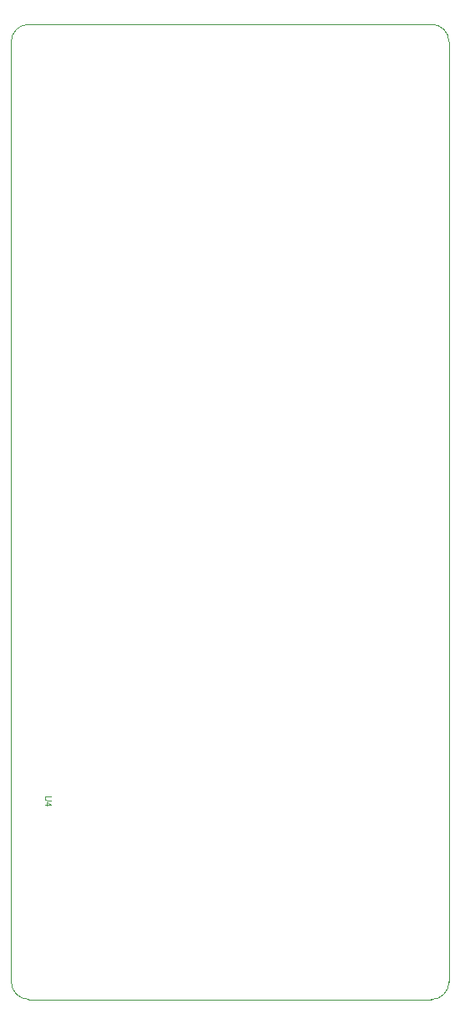
<source format=gbr>
%TF.GenerationSoftware,Altium Limited,Altium Designer,20.2.8 (258)*%
G04 Layer_Color=16711935*
%FSLAX26Y26*%
%MOIN*%
%TF.SameCoordinates,5803725C-7DB8-4FA7-A0CF-86E37554034E*%
%TF.FilePolarity,Positive*%
%TF.FileFunction,Other,Mechanical_1*%
%TF.Part,Single*%
G01*
G75*
%TA.AperFunction,NonConductor*%
%ADD96C,0.002000*%
G36*
X1340604Y1916614D02*
X1325822D01*
X1325785D01*
X1325675D01*
X1325508D01*
X1325286Y1916596D01*
X1325008D01*
X1324694Y1916578D01*
X1324342Y1916559D01*
X1323954Y1916541D01*
X1323565Y1916504D01*
X1323159Y1916466D01*
X1322344Y1916355D01*
X1321956Y1916282D01*
X1321568Y1916207D01*
X1321216Y1916115D01*
X1320901Y1916004D01*
X1320883D01*
X1320828Y1915967D01*
X1320754Y1915930D01*
X1320642Y1915874D01*
X1320513Y1915819D01*
X1320365Y1915726D01*
X1320014Y1915505D01*
X1319625Y1915208D01*
X1319421Y1915042D01*
X1319218Y1914839D01*
X1319014Y1914635D01*
X1318830Y1914395D01*
X1318645Y1914154D01*
X1318478Y1913877D01*
Y1913858D01*
X1318441Y1913803D01*
X1318404Y1913728D01*
X1318349Y1913599D01*
X1318274Y1913451D01*
X1318200Y1913284D01*
X1318127Y1913081D01*
X1318053Y1912841D01*
X1317978Y1912582D01*
X1317905Y1912304D01*
X1317831Y1912008D01*
X1317756Y1911675D01*
X1317701Y1911323D01*
X1317664Y1910954D01*
X1317646Y1910583D01*
X1317627Y1910177D01*
Y1910010D01*
X1317646Y1909825D01*
Y1909566D01*
X1317682Y1909252D01*
X1317719Y1908918D01*
X1317775Y1908530D01*
X1317831Y1908104D01*
X1317923Y1907679D01*
X1318034Y1907235D01*
X1318182Y1906791D01*
X1318330Y1906347D01*
X1318534Y1905921D01*
X1318755Y1905533D01*
X1319014Y1905163D01*
X1319311Y1904849D01*
X1319329Y1904830D01*
X1319384Y1904774D01*
X1319495Y1904700D01*
X1319643Y1904608D01*
X1319847Y1904478D01*
X1320106Y1904349D01*
X1320402Y1904201D01*
X1320772Y1904053D01*
X1321179Y1903905D01*
X1321641Y1903757D01*
X1322178Y1903628D01*
X1322770Y1903498D01*
X1323436Y1903406D01*
X1324158Y1903332D01*
X1324953Y1903276D01*
X1325822Y1903257D01*
X1340604D01*
Y1899872D01*
X1325804D01*
X1325785D01*
X1325767D01*
X1325711D01*
X1325638D01*
X1325545D01*
X1325434D01*
X1325175Y1899890D01*
X1324842D01*
X1324472Y1899909D01*
X1324046Y1899946D01*
X1323602Y1899983D01*
X1323121Y1900039D01*
X1322622Y1900094D01*
X1321604Y1900242D01*
X1321086Y1900353D01*
X1320605Y1900464D01*
X1320124Y1900612D01*
X1319680Y1900760D01*
X1319662Y1900778D01*
X1319588Y1900797D01*
X1319458Y1900852D01*
X1319311Y1900927D01*
X1319107Y1901037D01*
X1318885Y1901149D01*
X1318645Y1901296D01*
X1318367Y1901482D01*
X1318071Y1901685D01*
X1317775Y1901907D01*
X1317479Y1902166D01*
X1317165Y1902462D01*
X1316850Y1902776D01*
X1316554Y1903110D01*
X1316258Y1903498D01*
X1315980Y1903905D01*
X1315962Y1903924D01*
X1315925Y1904016D01*
X1315851Y1904146D01*
X1315758Y1904312D01*
X1315648Y1904553D01*
X1315536Y1904812D01*
X1315407Y1905145D01*
X1315277Y1905496D01*
X1315148Y1905921D01*
X1315018Y1906366D01*
X1314908Y1906847D01*
X1314796Y1907383D01*
X1314704Y1907957D01*
X1314630Y1908567D01*
X1314593Y1909196D01*
X1314574Y1909880D01*
Y1910232D01*
X1314593Y1910473D01*
X1314611Y1910787D01*
X1314649Y1911139D01*
X1314686Y1911545D01*
X1314723Y1911971D01*
X1314796Y1912434D01*
X1314870Y1912915D01*
X1314982Y1913396D01*
X1315092Y1913895D01*
X1315241Y1914376D01*
X1315407Y1914876D01*
X1315592Y1915338D01*
X1315814Y1915782D01*
X1315832Y1915801D01*
X1315870Y1915874D01*
X1315944Y1916004D01*
X1316036Y1916152D01*
X1316166Y1916337D01*
X1316332Y1916559D01*
X1316517Y1916781D01*
X1316720Y1917040D01*
X1316961Y1917299D01*
X1317238Y1917576D01*
X1317516Y1917854D01*
X1317849Y1918113D01*
X1318182Y1918372D01*
X1318571Y1918612D01*
X1318959Y1918834D01*
X1319384Y1919038D01*
X1319421Y1919056D01*
X1319495Y1919075D01*
X1319625Y1919130D01*
X1319810Y1919186D01*
X1320051Y1919260D01*
X1320347Y1919334D01*
X1320679Y1919427D01*
X1321068Y1919519D01*
X1321512Y1919611D01*
X1321993Y1919704D01*
X1322511Y1919778D01*
X1323084Y1919852D01*
X1323695Y1919908D01*
X1324361Y1919963D01*
X1325064Y1919982D01*
X1325804Y1920000D01*
X1340604D01*
Y1916614D01*
D02*
G37*
G36*
Y1884850D02*
Y1882278D01*
X1324009D01*
Y1878819D01*
X1321123D01*
Y1882278D01*
X1315000D01*
Y1885424D01*
X1321123D01*
Y1896524D01*
X1324009D01*
X1340604Y1884850D01*
D02*
G37*
%LPC*%
G36*
X1324009Y1893453D02*
Y1885424D01*
X1335553D01*
X1324009Y1893453D01*
D02*
G37*
%LPD*%
D96*
X1180000Y1180000D02*
G03*
X1250000Y1110000I70000J0D01*
G01*
X2855000D02*
G03*
X2925000Y1180000I0J70000D01*
G01*
Y4925000D02*
G03*
X2855000Y4995000I-70000J0D01*
G01*
X1250000D02*
G03*
X1180000Y4925000I0J-70000D01*
G01*
X2925000Y1180000D02*
Y4925000D01*
X1250000Y1110000D02*
X2855000D01*
X1250000Y4995000D02*
X2855000D01*
X1180000Y1180000D02*
Y4925000D01*
%TF.MD5,5063802d1b8cdfa406c92bea2bd17361*%
M02*

</source>
